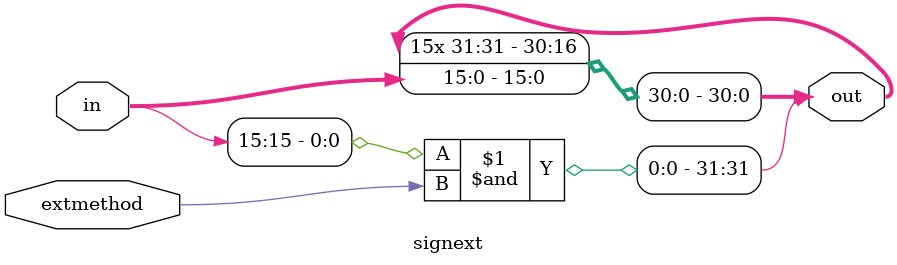
<source format=sv>
`timescale 1ns / 1ps


module signext(
input logic [15:0]in,
input logic extmethod,
output logic [31:0]out
    );
assign out={{16{in[15]&extmethod}},in};
endmodule

</source>
